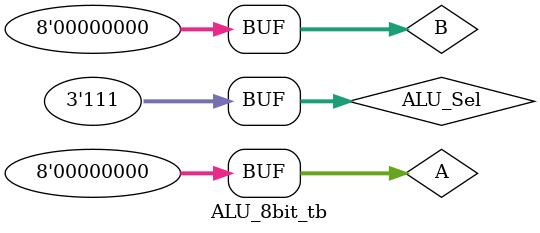
<source format=v>
module ALU_8bit (A,B,ALU_Sel,ALU_Out,Zero);
input [7:0] A,B;
input [2:0] ALU_Sel;
output reg [7:0] ALU_Out;
output reg Zero;
always @(*) begin
case (ALU_Sel)
3'b000: ALU_Out = A + B; 
3'b001: ALU_Out = A - B;        
3'b010: ALU_Out = A & B;    
3'b011: ALU_Out = A | B;      
3'b100: ALU_Out = A ^ B;        
3'b101: ALU_Out = ~A;           
3'b110: ALU_Out = (A == B) ? 8'b1 : 8'b0; 
3'b111: ALU_Out = 8'b00000000;  
default: ALU_Out = 8'b00000000;
endcase
Zero = (ALU_Out == 8'b00000000) ? 1 : 0;
end
endmodule
////test bench////
module ALU_8bit_tb();
reg [7:0] A, B;
reg [2:0] ALU_Sel;
wire [7:0] ALU_Out;
wire Zero;
ALU_8bit a1 (A,B,ALU_Sel,ALU_Out,Zero);
initial begin
A = 8'h0A; B = 8'h05; ALU_Sel = 3'b000; #10;
A = 8'h0A; B = 8'h03; ALU_Sel = 3'b001; #10;
A = 8'hF0; B = 8'h0F; ALU_Sel = 3'b010; #10;
A = 8'hF0; B = 8'h0F; ALU_Sel = 3'b011; #10;
A = 8'hFF; B = 8'h0F; ALU_Sel = 3'b100; #10;
A = 8'h55; B = 8'h00; ALU_Sel = 3'b101; #10;
A = 8'h0A; B = 8'h0A; ALU_Sel = 3'b110; #10;
A = 8'h00; B = 8'h00; ALU_Sel = 3'b111;
end
endmodule

</source>
